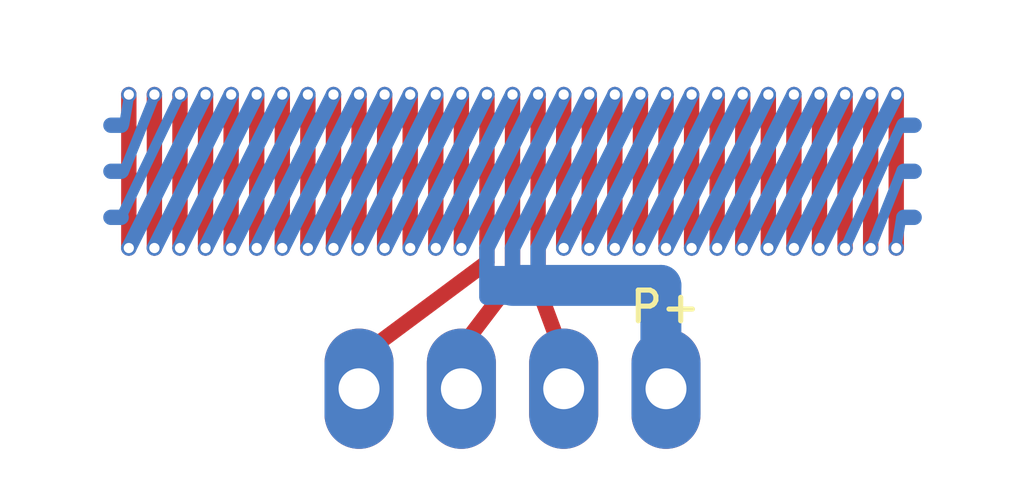
<source format=kicad_pcb>
(kicad_pcb (version 20241229) (generator "pcbnew") (generator_version "9.0")
  (layers (0 "F.Cu" signal) (2 "B.Cu" signal) (13 "F.Paste" user) (15 "B.Paste" user) (5 "F.SilkS" user "F.Silkscreen") (7 "B.SilkS" user "B.Silkscreen") (1 "F.Mask" user) (3 "B.Mask" user) (25 "Edge.Cuts" user))
  (net 0 "")
  (footprint "model_train_footprints:power_connector_2mm" (layer "F.Cu") (at 105 91.25 90)
    (property "Reference" "REF**" (hide yes))
    (property "Value" "power_connector_2mm" (hide yes))
    (pad "1" thru_hole oval (at 0 0 90) (size 2.35 1.35) (drill 0.8) (layers "*.Cu" "*.Mask"))
    (pad "2" thru_hole oval (at 0 2 90) (size 2.35 1.35) (drill 0.8) (layers "*.Cu" "*.Mask"))
    (pad "3" thru_hole oval (at 0 4 90) (size 2.35 1.35) (drill 0.8) (layers "*.Cu" "*.Mask"))
    (pad "4" thru_hole oval (at 0 6 90) (size 2.35 1.35) (drill 0.8) (layers "*.Cu" "*.Mask"))
  )
  (footprint "model_train_footprints:track_connections" (layer "B.Cu") (at 100.25 87)
    (property "Reference" "REF**" (hide yes))
    (property "Value" "track_connections" (hide yes))
    (pad "1" smd oval (at 0 0.9 270) (size 0.3 0.5) (layers "B.Cu" "B.Mask" "B.Paste"))
    (pad "2" smd oval (at 0 0 270) (size 0.3 0.5) (layers "B.Cu" "B.Mask" "B.Paste"))
    (pad "3" smd oval (at 0 -0.9 270) (size 0.3 0.5) (layers "B.Cu" "B.Mask" "B.Paste"))
  )
  (footprint "model_train_footprints:track_connections" (layer "B.Cu") (at 115.75 87)
    (property "Reference" "REF**" (hide yes))
    (property "Value" "track_connections" (hide yes))
    (pad "1" smd oval (at 0 0.9 270) (size 0.3 0.5) (layers "B.Cu" "B.Mask" "B.Paste"))
    (pad "2" smd oval (at 0 0 270) (size 0.3 0.5) (layers "B.Cu" "B.Mask" "B.Paste"))
    (pad "3" smd oval (at 0 -0.9 270) (size 0.3 0.5) (layers "B.Cu" "B.Mask" "B.Paste"))
  )
  (gr_line (start 105.5 85.5) (end 105.5 88.5) (stroke (width 0.3)) (layer "F.Cu"))
  (gr_line (start 115 85.5) (end 115 88.5) (stroke (width 0.3)) (layer "F.Cu"))
  (gr_line (start 102 85.5) (end 102 88.5) (stroke (width 0.3)) (layer "F.Cu"))
  (gr_line (start 108 85.5) (end 108 89.13) (stroke (width 0.3)) (layer "F.Cu"))
  (gr_line (start 112 85.5) (end 112 88.5) (stroke (width 0.3)) (layer "F.Cu"))
  (gr_line (start 113.5 85.5) (end 113.5 88.5) (stroke (width 0.3)) (layer "F.Cu"))
  (gr_line (start 115.5 85.5) (end 115.5 88.5) (stroke (width 0.3)) (layer "F.Cu"))
  (gr_line (start 104.5 85.5) (end 104.5 88.5) (stroke (width 0.3)) (layer "F.Cu"))
  (gr_line (start 107.5 88.78) (end 105.24 90.46) (stroke (width 0.3)) (layer "F.Cu"))
  (gr_line (start 102.5 85.5) (end 102.5 88.5) (stroke (width 0.3)) (layer "F.Cu"))
  (gr_line (start 103.5 85.5) (end 103.5 88.5) (stroke (width 0.3)) (layer "F.Cu"))
  (gr_line (start 104 85.5) (end 104 88.5) (stroke (width 0.3)) (layer "F.Cu"))
  (gr_line (start 109 85.5) (end 109 88.5) (stroke (width 0.3)) (layer "F.Cu"))
  (gr_line (start 111 85.5) (end 111 88.5) (stroke (width 0.3)) (layer "F.Cu"))
  (gr_line (start 103 85.5) (end 103 88.5) (stroke (width 0.3)) (layer "F.Cu"))
  (gr_line (start 112.5 85.5) (end 112.5 88.5) (stroke (width 0.3)) (layer "F.Cu"))
  (gr_line (start 110 85.5) (end 110 88.5) (stroke (width 0.3)) (layer "F.Cu"))
  (gr_line (start 113 85.5) (end 113 88.5) (stroke (width 0.3)) (layer "F.Cu"))
  (gr_line (start 108.5 89.28) (end 108.96 90.52) (stroke (width 0.3)) (layer "F.Cu"))
  (gr_line (start 110.5 85.5) (end 110.5 88.5) (stroke (width 0.3)) (layer "F.Cu"))
  (gr_line (start 100.5 85.5) (end 100.5 88.5) (stroke (width 0.3)) (layer "F.Cu"))
  (gr_line (start 101.5 85.5) (end 101.5 88.5) (stroke (width 0.3)) (layer "F.Cu"))
  (gr_line (start 108 89.13) (end 107.04 90.39) (stroke (width 0.3)) (layer "F.Cu"))
  (gr_line (start 109.5 85.5) (end 109.5 88.5) (stroke (width 0.3)) (layer "F.Cu"))
  (gr_line (start 106 85.5) (end 106 88.5) (stroke (width 0.3)) (layer "F.Cu"))
  (gr_line (start 114.5 85.5) (end 114.5 88.5) (stroke (width 0.3)) (layer "F.Cu"))
  (gr_line (start 106.5 85.5) (end 106.5 88.5) (stroke (width 0.3)) (layer "F.Cu"))
  (gr_line (start 105 85.5) (end 105 88.5) (stroke (width 0.3)) (layer "F.Cu"))
  (gr_line (start 108.5 85.5) (end 108.5 89.28) (stroke (width 0.3)) (layer "F.Cu"))
  (gr_line (start 101 85.5) (end 101 88.5) (stroke (width 0.3)) (layer "F.Cu"))
  (gr_line (start 107 85.5) (end 107 88.5) (stroke (width 0.3)) (layer "F.Cu"))
  (gr_line (start 114 85.5) (end 114 88.5) (stroke (width 0.3)) (layer "F.Cu"))
  (gr_line (start 111.5 85.5) (end 111.5 88.5) (stroke (width 0.3)) (layer "F.Cu"))
  (gr_line (start 107.5 85.5) (end 107.5 88.78) (stroke (width 0.3)) (layer "F.Cu"))
  (gr_line (start 112.5 88.5) (end 114 85.5) (stroke (width 0.3)) (layer "B.Cu"))
  (gr_line (start 102 88.5) (end 103.5 85.5) (stroke (width 0.3)) (layer "B.Cu"))
  (gr_line (start 101.5 88.5) (end 103 85.5) (stroke (width 0.3)) (layer "B.Cu"))
  (gr_line (start 114 88.5) (end 115.5 85.5) (stroke (width 0.3)) (layer "B.Cu"))
  (gr_line (start 108.5 88.5) (end 108.5 89.46) (stroke (width 0.3)) (layer "B.Cu"))
  (gr_rect (start 107.5 89) (end 108.5 89.46) (stroke (width 0.3)) (fill yes) (layer "B.Cu"))
  (gr_line (start 115 88.5) (end 115.61 86.97) (stroke (width 0.2)) (layer "B.Cu"))
  (gr_line (start 105.5 88.5) (end 107 85.5) (stroke (width 0.3)) (layer "B.Cu"))
  (gr_line (start 114.5 88.5) (end 115.59 86.11) (stroke (width 0.2)) (layer "B.Cu"))
  (gr_line (start 109 88.5) (end 110.5 85.5) (stroke (width 0.3)) (layer "B.Cu"))
  (gr_line (start 113.5 88.5) (end 115 85.5) (stroke (width 0.3)) (layer "B.Cu"))
  (gr_line (start 101.5 85.5) (end 100.34 87.92) (stroke (width 0.2)) (layer "B.Cu"))
  (gr_line (start 109.5 88.5) (end 111 85.5) (stroke (width 0.3)) (layer "B.Cu"))
  (gr_line (start 108 88.5) (end 109.5 85.5) (stroke (width 0.3)) (layer "B.Cu"))
  (gr_line (start 111 88.5) (end 112.5 85.5) (stroke (width 0.3)) (layer "B.Cu"))
  (gr_line (start 108 89.23) (end 110.9 89.23) (stroke (width 0.8)) (layer "B.Cu"))
  (gr_line (start 110 88.5) (end 111.5 85.5) (stroke (width 0.3)) (layer "B.Cu"))
  (gr_line (start 106 88.5) (end 107.5 85.5) (stroke (width 0.3)) (layer "B.Cu"))
  (gr_line (start 101.01 85.51) (end 100.4 87.02) (stroke (width 0.2)) (layer "B.Cu"))
  (gr_line (start 106.5 88.5) (end 108 85.5) (stroke (width 0.3)) (layer "B.Cu"))
  (gr_line (start 111.5 88.5) (end 113 85.5) (stroke (width 0.3)) (layer "B.Cu"))
  (gr_line (start 107 88.5) (end 108.5 85.5) (stroke (width 0.3)) (layer "B.Cu"))
  (gr_line (start 104.5 88.5) (end 106 85.5) (stroke (width 0.3)) (layer "B.Cu"))
  (gr_line (start 115.5 88.5) (end 115.6 87.89) (stroke (width 0.2)) (layer "B.Cu"))
  (gr_line (start 102.5 88.5) (end 104 85.5) (stroke (width 0.3)) (layer "B.Cu"))
  (gr_line (start 103 88.5) (end 104.5 85.5) (stroke (width 0.3)) (layer "B.Cu"))
  (gr_line (start 107.5 88.5) (end 109 85.5) (stroke (width 0.3)) (layer "B.Cu"))
  (gr_line (start 107.5 88.5) (end 107.5 89.46) (stroke (width 0.3)) (layer "B.Cu"))
  (gr_line (start 104 88.5) (end 105.5 85.5) (stroke (width 0.3)) (layer "B.Cu"))
  (gr_line (start 105 88.5) (end 106.5 85.5) (stroke (width 0.3)) (layer "B.Cu"))
  (gr_line (start 103.5 88.5) (end 105 85.5) (stroke (width 0.3)) (layer "B.Cu"))
  (gr_line (start 112 88.5) (end 113.5 85.5) (stroke (width 0.3)) (layer "B.Cu"))
  (gr_line (start 110.9 89.23) (end 110.9 90.93) (stroke (width 0.8)) (layer "B.Cu"))
  (gr_line (start 110.5 88.5) (end 112 85.5) (stroke (width 0.3)) (layer "B.Cu"))
  (gr_line (start 108.5 88.5) (end 110 85.5) (stroke (width 0.3)) (layer "B.Cu"))
  (gr_line (start 108 88.5) (end 108 89.46) (stroke (width 0.3)) (layer "B.Cu"))
  (gr_line (start 100.5 88.5) (end 102 85.5) (stroke (width 0.3)) (layer "B.Cu"))
  (gr_line (start 100.51 85.5) (end 100.41 86.08) (stroke (width 0.2)) (layer "B.Cu"))
  (gr_line (start 101 88.5) (end 102.5 85.5) (stroke (width 0.3)) (layer "B.Cu"))
  (gr_line (start 113 88.5) (end 114.5 85.5) (stroke (width 0.3)) (layer "B.Cu"))
  (gr_text "P+" (at 110.25 90 0) (layer "F.SilkS") (effects (font (size 0.6 0.6) (thickness 0.1)) (justify left bottom)))
  (via (at 101 88.5) (size 0.3) (drill 0.2) (layers "F.Cu" "B.Cu") (net 0))
  (via (at 115.5 85.5) (size 0.3) (drill 0.2) (layers "F.Cu" "B.Cu") (net 0))
  (via (at 111.5 85.5) (size 0.3) (drill 0.2) (layers "F.Cu" "B.Cu") (net 0))
  (via (at 104.5 85.5) (size 0.3) (drill 0.2) (layers "F.Cu" "B.Cu") (net 0))
  (via (at 102 85.5) (size 0.3) (drill 0.2) (layers "F.Cu" "B.Cu") (net 0))
  (via (at 113.5 88.5) (size 0.3) (drill 0.2) (layers "F.Cu" "B.Cu") (net 0))
  (via (at 110.5 85.5) (size 0.3) (drill 0.2) (layers "F.Cu" "B.Cu") (net 0))
  (via (at 112 88.5) (size 0.3) (drill 0.2) (layers "F.Cu" "B.Cu") (net 0))
  (via (at 104 85.5) (size 0.3) (drill 0.2) (layers "F.Cu" "B.Cu") (net 0))
  (via (at 106 85.5) (size 0.3) (drill 0.2) (layers "F.Cu" "B.Cu") (net 0))
  (via (at 101.5 85.5) (size 0.3) (drill 0.2) (layers "F.Cu" "B.Cu") (net 0))
  (via (at 109.5 85.5) (size 0.3) (drill 0.2) (layers "F.Cu" "B.Cu") (net 0))
  (via (at 112 85.5) (size 0.3) (drill 0.2) (layers "F.Cu" "B.Cu") (net 0))
  (via (at 113 88.5) (size 0.3) (drill 0.2) (layers "F.Cu" "B.Cu") (net 0))
  (via (at 102 88.5) (size 0.3) (drill 0.2) (layers "F.Cu" "B.Cu") (net 0))
  (via (at 112.5 85.5) (size 0.3) (drill 0.2) (layers "F.Cu" "B.Cu") (net 0))
  (via (at 114.5 85.5) (size 0.3) (drill 0.2) (layers "F.Cu" "B.Cu") (net 0))
  (via (at 108 85.5) (size 0.3) (drill 0.2) (layers "F.Cu" "B.Cu") (net 0))
  (via (at 115.5 88.5) (size 0.3) (drill 0.2) (layers "F.Cu" "B.Cu") (net 0))
  (via (at 111 85.5) (size 0.3) (drill 0.2) (layers "F.Cu" "B.Cu") (net 0))
  (via (at 105.5 88.5) (size 0.3) (drill 0.2) (layers "F.Cu" "B.Cu") (net 0))
  (via (at 103.5 85.5) (size 0.3) (drill 0.2) (layers "F.Cu" "B.Cu") (net 0))
  (via (at 101 85.5) (size 0.3) (drill 0.2) (layers "F.Cu" "B.Cu") (net 0))
  (via (at 106 88.5) (size 0.3) (drill 0.2) (layers "F.Cu" "B.Cu") (net 0))
  (via (at 109 88.5) (size 0.3) (drill 0.2) (layers "F.Cu" "B.Cu") (net 0))
  (via (at 103.5 88.5) (size 0.3) (drill 0.2) (layers "F.Cu" "B.Cu") (net 0))
  (via (at 107.5 85.5) (size 0.3) (drill 0.2) (layers "F.Cu" "B.Cu") (net 0))
  (via (at 102.5 85.5) (size 0.3) (drill 0.2) (layers "F.Cu" "B.Cu") (net 0))
  (via (at 110 85.5) (size 0.3) (drill 0.2) (layers "F.Cu" "B.Cu") (net 0))
  (via (at 106.5 88.5) (size 0.3) (drill 0.2) (layers "F.Cu" "B.Cu") (net 0))
  (via (at 105 85.5) (size 0.3) (drill 0.2) (layers "F.Cu" "B.Cu") (net 0))
  (via (at 102.5 88.5) (size 0.3) (drill 0.2) (layers "F.Cu" "B.Cu") (net 0))
  (via (at 103 88.5) (size 0.3) (drill 0.2) (layers "F.Cu" "B.Cu") (net 0))
  (via (at 108.5 85.5) (size 0.3) (drill 0.2) (layers "F.Cu" "B.Cu") (net 0))
  (via (at 107 85.5) (size 0.3) (drill 0.2) (layers "F.Cu" "B.Cu") (net 0))
  (via (at 113.5 85.5) (size 0.3) (drill 0.2) (layers "F.Cu" "B.Cu") (net 0))
  (via (at 100.5 88.5) (size 0.3) (drill 0.2) (layers "F.Cu" "B.Cu") (net 0))
  (via (at 104.5 88.5) (size 0.3) (drill 0.2) (layers "F.Cu" "B.Cu") (net 0))
  (via (at 105.5 85.5) (size 0.3) (drill 0.2) (layers "F.Cu" "B.Cu") (net 0))
  (via (at 107 88.5) (size 0.3) (drill 0.2) (layers "F.Cu" "B.Cu") (net 0))
  (via (at 103 85.5) (size 0.3) (drill 0.2) (layers "F.Cu" "B.Cu") (net 0))
  (via (at 115 85.5) (size 0.3) (drill 0.2) (layers "F.Cu" "B.Cu") (net 0))
  (via (at 110.5 88.5) (size 0.3) (drill 0.2) (layers "F.Cu" "B.Cu") (net 0))
  (via (at 114 88.5) (size 0.3) (drill 0.2) (layers "F.Cu" "B.Cu") (net 0))
  (via (at 110 88.5) (size 0.3) (drill 0.2) (layers "F.Cu" "B.Cu") (net 0))
  (via (at 109 85.5) (size 0.3) (drill 0.2) (layers "F.Cu" "B.Cu") (net 0))
  (via (at 112.5 88.5) (size 0.3) (drill 0.2) (layers "F.Cu" "B.Cu") (net 0))
  (via (at 113 85.5) (size 0.3) (drill 0.2) (layers "F.Cu" "B.Cu") (net 0))
  (via (at 111 88.5) (size 0.3) (drill 0.2) (layers "F.Cu" "B.Cu") (net 0))
  (via (at 114 85.5) (size 0.3) (drill 0.2) (layers "F.Cu" "B.Cu") (net 0))
  (via (at 115 88.5) (size 0.3) (drill 0.2) (layers "F.Cu" "B.Cu") (net 0))
  (via (at 109.5 88.5) (size 0.3) (drill 0.2) (layers "F.Cu" "B.Cu") (net 0))
  (via (at 111.5 88.5) (size 0.3) (drill 0.2) (layers "F.Cu" "B.Cu") (net 0))
  (via (at 101.5 88.5) (size 0.3) (drill 0.2) (layers "F.Cu" "B.Cu") (net 0))
  (via (at 100.5 85.5) (size 0.3) (drill 0.2) (layers "F.Cu" "B.Cu") (net 0))
  (via (at 106.5 85.5) (size 0.3) (drill 0.2) (layers "F.Cu" "B.Cu") (net 0))
  (via (at 105 88.5) (size 0.3) (drill 0.2) (layers "F.Cu" "B.Cu") (net 0))
  (via (at 104 88.5) (size 0.3) (drill 0.2) (layers "F.Cu" "B.Cu") (net 0))
  (via (at 114.5 88.5) (size 0.3) (drill 0.2) (layers "F.Cu" "B.Cu") (net 0))
)
</source>
